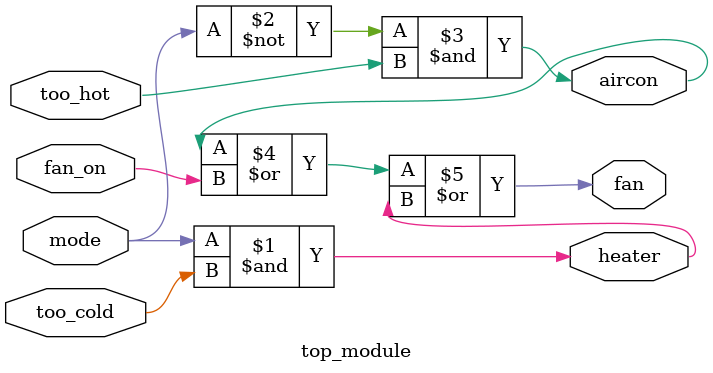
<source format=v>
module top_module (
    input too_cold,
    input too_hot,
    input mode,
    input fan_on,
    output heater,
    output aircon,
    output fan
); 
    assign heater=mode&too_cold;
    assign aircon=(~mode)&too_hot;
    assign fan=aircon|fan_on|heater;

endmodule

</source>
